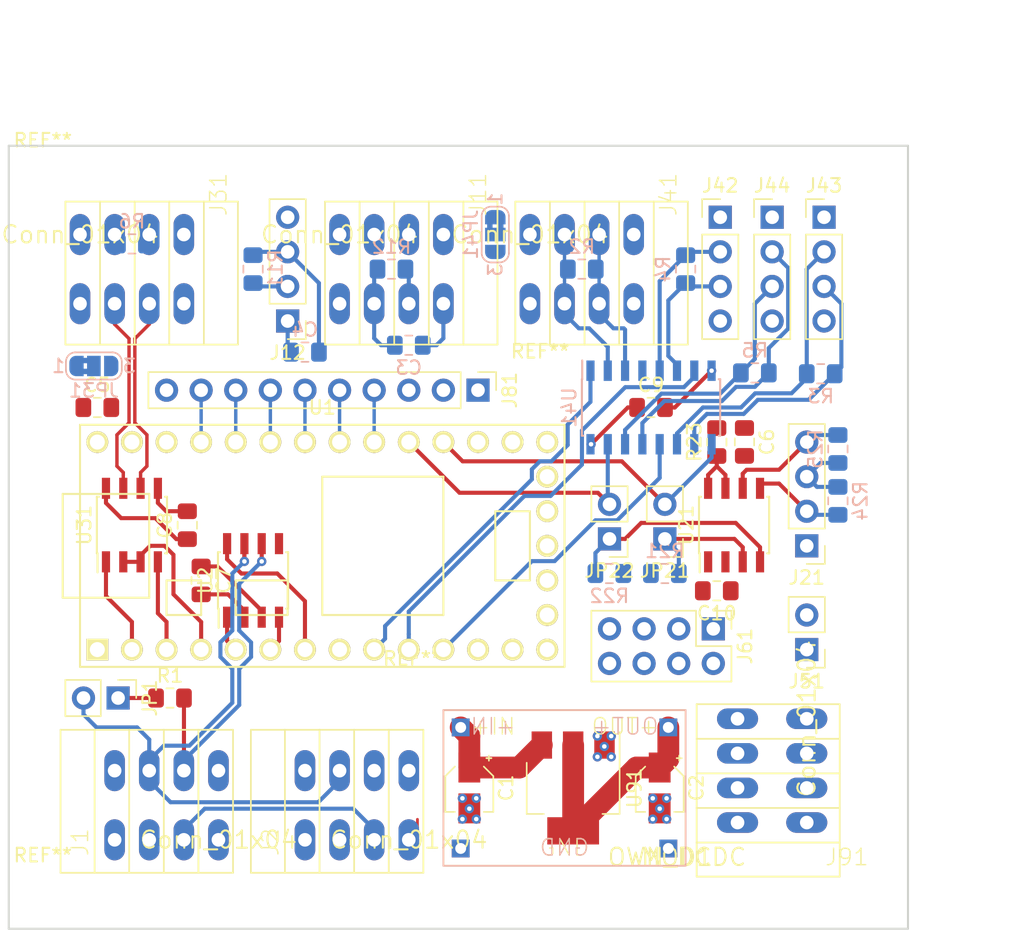
<source format=kicad_pcb>
(kicad_pcb (version 20171130) (host pcbnew 5.0.0)
  (layers (0 F.Cu signal) (1 In1.Cu signal hide) (2 In2.Cu signal) (31 B.Cu signal) (34 B.Paste user) (35 F.Paste user) (36 B.SilkS user) (37 F.SilkS user) (38 B.Mask user) (39 F.Mask user) (44 Edge.Cuts user))
  (net 0 "")
  (net 1 GND)
  (net 2 +12V)
  (net 3 +5V)
  (net 4 +3V3)
  (net 5 "Net-(J12-Pad2)")
  (net 6 "Net-(J31-Pad4)")
  (net 7 "Net-(J41-Pad4)")
  (net 8 "Net-(J51-Pad2)")
  (net 9 "Net-(J61-Pad4)")
  (net 10 "Net-(J61-Pad6)")
  (net 11 "Net-(J61-Pad7)")
  (net 12 "Net-(J61-Pad8)")
  (net 13 /6)
  (net 14 /10)
  (net 15 /16)
  (net 16 /17)
  (net 17 /20)
  (net 18 /21)
  (net 19 /22)
  (net 20 /23)
  (net 21 "Net-(JP1-Pad1)")
  (net 22 "Net-(JP21-Pad1)")
  (net 23 "Net-(R23-Pad1)")
  (net 24 "Net-(U1-Pad18)")
  (net 25 "Net-(U1-Pad15)")
  (net 26 "Net-(U1-Pad32)")
  (net 27 "Net-(U1-Pad7)")
  (net 28 "Net-(U1-Pad6)")
  (net 29 "Net-(U1-Pad5)")
  (net 30 "Net-(U2-Pad5)")
  (net 31 /CAN-)
  (net 32 /CAN+)
  (net 33 /OW14)
  (net 34 /SDA)
  (net 35 /SCL)
  (net 36 /D1+)
  (net 37 /D1-)
  (net 38 /D2+)
  (net 39 /D3+)
  (net 40 /D4+)
  (net 41 /SCL0_16)
  (net 42 /DI1_7)
  (net 43 /RX1)
  (net 44 /TX2)
  (net 45 /UA1+)
  (net 46 /UA1-)
  (net 47 /EN34_9)
  (net 48 /DI2_8)
  (net 49 /UA3EN_2)
  (net 50 /D4-)
  (net 51 /D2-)
  (net 52 /D3-)
  (net 53 "Net-(JP22-Pad1)")
  (module MountingHole:MountingHole_2.2mm_M2_DIN965 (layer F.Cu) (at 72.835 91.66)
    (fp_text reference REF** (at 0 -2.9) (layer F.SilkS))
    (fp_text value MountingHole_2.2mm_M2_DIN965)
    (pad 1 np_thru_hole circle (at 0 0) (size 2.2 2.2) (drill 2.2) (layers *.Cu *.Mask))
  )
  (module MountingHole:MountingHole_2.2mm_M2_DIN965 (layer F.Cu) (at 109.335 54.66)
    (fp_text reference REF** (at 0 -2.9) (layer F.SilkS))
    (fp_text value MountingHole_2.2mm_M2_DIN965)
    (pad 1 np_thru_hole circle (at 0 0) (size 2.2 2.2) (drill 2.2) (layers *.Cu *.Mask))
  )
  (module MountingHole:MountingHole_2.2mm_M2_DIN965 (layer F.Cu) (at 99.949 77.216)
    (fp_text reference REF** (at 0 -2.9) (layer F.SilkS))
    (fp_text value MountingHole_2.2mm_M2_DIN965)
    (pad 1 np_thru_hole circle (at 0 0) (size 2.2 2.2) (drill 2.2) (layers *.Cu *.Mask))
  )
  (module Connector_PinHeader_2.54mm:PinHeader_1x04_P2.54mm_Vertical (layer F.Cu) (at 90.805 49.53 180)
    (fp_text reference J12 (at 0 -2.33 180) (layer F.SilkS))
    (fp_text value Conn_01x04)
    (pad 1 thru_hole rect (at 0 0 180) (size 1.7 1.7) (drill 1) (layers *.Cu *.Mask) (net 1 GND))
    (pad 2 thru_hole oval (at 0 2.54 180) (size 1.7 1.7) (drill 1) (layers *.Cu *.Mask) (net 5 "Net-(J12-Pad2)"))
    (pad 3 thru_hole oval (at 0 5.08 180) (size 1.7 1.7) (drill 1) (layers *.Cu *.Mask) (net 3 +5V))
    (pad 4 thru_hole oval (at 0 7.62 180) (size 1.7 1.7) (drill 1) (layers *.Cu *.Mask) (net 2 +12V))
  )
  (module Connector_PinHeader_2.54mm:PinHeader_1x04_P2.54mm_Vertical (layer F.Cu) (at 122.555 41.91)
    (fp_text reference J42 (at 0 -2.33) (layer F.SilkS))
    (fp_text value Conn_01x04)
    (pad 4 thru_hole oval (at 0 7.62) (size 1.7 1.7) (drill 1) (layers *.Cu *.Mask) (net 3 +5V))
    (pad 3 thru_hole oval (at 0 5.08) (size 1.7 1.7) (drill 1) (layers *.Cu *.Mask) (net 38 /D2+))
    (pad 2 thru_hole oval (at 0 2.54) (size 1.7 1.7) (drill 1) (layers *.Cu *.Mask) (net 51 /D2-))
    (pad 1 thru_hole rect (at 0 0) (size 1.7 1.7) (drill 1) (layers *.Cu *.Mask) (net 1 GND))
  )
  (module Resistor_SMD:R_0805_2012Metric_Pad1.15x1.40mm_HandSolder (layer B.Cu) (at 129.93 53.4035)
    (fp_text reference R3 (at 0 1.65) (layer B.SilkS) (effects (justify mirror)))
    (fp_text value 120)
    (pad 1 smd roundrect (at -1.025 0) (size 1.15 1.4) (layers B.Cu B.Paste B.Mask) (roundrect_rratio 0.217391) (net 52 /D3-))
    (pad 2 smd roundrect (at 1.025 0) (size 1.15 1.4) (layers B.Cu B.Paste B.Mask) (roundrect_rratio 0.217391) (net 39 /D3+))
  )
  (module Resistor_SMD:R_0805_2012Metric_Pad1.15x1.40mm_HandSolder (layer B.Cu) (at 120.015 45.72 270)
    (fp_text reference R4 (at 0 1.65 270) (layer B.SilkS) (effects (justify mirror)))
    (fp_text value 120)
    (pad 2 smd roundrect (at 1.025 0 270) (size 1.15 1.4) (layers B.Cu B.Paste B.Mask) (roundrect_rratio 0.217391) (net 38 /D2+))
    (pad 1 smd roundrect (at -1.025 0 270) (size 1.15 1.4) (layers B.Cu B.Paste B.Mask) (roundrect_rratio 0.217391) (net 51 /D2-))
  )
  (module CANNode:OWN_KF141V-P4_simple (layer F.Cu) (at 85.725 87.63)
    (fp_text reference J1 (at -10.16 1.27 90) (layer F.SilkS) (effects (font (size 1.2065 1.2065) (thickness 0.1016)) (justify left)))
    (fp_text value Conn_01x04 (at 0 0) (layer F.SilkS) (effects (font (size 1.27 1.27))))
    (pad 1 thru_hole oval (at -7.62 0 90) (size 3.016 1.508) (drill 1) (layers *.Cu *.Mask) (net 1 GND))
    (pad 2 thru_hole oval (at -5.08 0 90) (size 3.016 1.508) (drill 1) (layers *.Cu *.Mask) (net 32 /CAN+))
    (pad 3 thru_hole oval (at -2.54 0 90) (size 3.016 1.508) (drill 1) (layers *.Cu *.Mask) (net 31 /CAN-))
    (pad 4 thru_hole oval (at 0 0 90) (size 3.016 1.508) (drill 1) (layers *.Cu *.Mask) (net 2 +12V))
    (pad 1 thru_hole oval (at -7.62 -5.08 90) (size 3.016 1.508) (drill 1) (layers *.Cu *.Mask) (net 1 GND))
    (pad 2 thru_hole oval (at -5.08 -5.08 90) (size 3.016 1.508) (drill 1) (layers *.Cu *.Mask) (net 32 /CAN+))
    (pad 3 thru_hole oval (at -2.54 -5.08 90) (size 3.016 1.508) (drill 1) (layers *.Cu *.Mask) (net 31 /CAN-))
    (pad 4 thru_hole oval (at 0 -5.08 90) (size 3.016 1.508) (drill 1) (layers *.Cu *.Mask) (net 2 +12V))
  )
  (module Capacitor_SMD:C_0805_2012Metric_Pad1.15x1.40mm_HandSolder (layer B.Cu) (at 99.695 51.308)
    (fp_text reference C3 (at 0 1.65) (layer B.SilkS) (effects (justify mirror)))
    (fp_text value C)
    (pad 1 smd roundrect (at -1.025 0) (size 1.15 1.4) (layers B.Cu B.Paste B.Mask) (roundrect_rratio 0.217391) (net 3 +5V))
    (pad 2 smd roundrect (at 1.025 0) (size 1.15 1.4) (layers B.Cu B.Paste B.Mask) (roundrect_rratio 0.217391) (net 1 GND))
  )
  (module Capacitor_SMD:C_0805_2012Metric_Pad1.15x1.40mm_HandSolder (layer B.Cu) (at 92.075 51.816 180)
    (fp_text reference C4 (at 0 1.65 180) (layer B.SilkS) (effects (justify mirror)))
    (fp_text value C)
    (pad 2 smd roundrect (at 1.025 0 180) (size 1.15 1.4) (layers B.Cu B.Paste B.Mask) (roundrect_rratio 0.217391) (net 1 GND))
    (pad 1 smd roundrect (at -1.025 0 180) (size 1.15 1.4) (layers B.Cu B.Paste B.Mask) (roundrect_rratio 0.217391) (net 3 +5V))
  )
  (module Capacitor_SMD:C_0805_2012Metric_Pad1.15x1.40mm_HandSolder (layer F.Cu) (at 76.835 55.88)
    (fp_text reference C5 (at 0 -1.65) (layer F.SilkS))
    (fp_text value C)
    (pad 1 smd roundrect (at -1.025 0) (size 1.15 1.4) (layers F.Cu F.Paste F.Mask) (roundrect_rratio 0.217391) (net 3 +5V))
    (pad 2 smd roundrect (at 1.025 0) (size 1.15 1.4) (layers F.Cu F.Paste F.Mask) (roundrect_rratio 0.217391) (net 1 GND))
  )
  (module Capacitor_SMD:C_0805_2012Metric_Pad1.15x1.40mm_HandSolder (layer F.Cu) (at 124.333 58.411 270)
    (fp_text reference C6 (at 0 -1.65 270) (layer F.SilkS))
    (fp_text value C)
    (pad 2 smd roundrect (at 1.025 0 270) (size 1.15 1.4) (layers F.Cu F.Paste F.Mask) (roundrect_rratio 0.217391) (net 1 GND))
    (pad 1 smd roundrect (at -1.025 0 270) (size 1.15 1.4) (layers F.Cu F.Paste F.Mask) (roundrect_rratio 0.217391) (net 3 +5V))
  )
  (module Capacitor_SMD:C_0805_2012Metric_Pad1.15x1.40mm_HandSolder (layer F.Cu) (at 84.455 68.58 270)
    (fp_text reference C7 (at 0 -1.65 270) (layer F.SilkS))
    (fp_text value C)
    (pad 1 smd roundrect (at -1.025 0 270) (size 1.15 1.4) (layers F.Cu F.Paste F.Mask) (roundrect_rratio 0.217391) (net 4 +3V3))
    (pad 2 smd roundrect (at 1.025 0 270) (size 1.15 1.4) (layers F.Cu F.Paste F.Mask) (roundrect_rratio 0.217391) (net 1 GND))
  )
  (module Capacitor_SMD:C_0805_2012Metric_Pad1.15x1.40mm_HandSolder (layer F.Cu) (at 83.439 64.525 90)
    (fp_text reference C8 (at 0 -1.65 90) (layer F.SilkS))
    (fp_text value C)
    (pad 2 smd roundrect (at 1.025 0 90) (size 1.15 1.4) (layers F.Cu F.Paste F.Mask) (roundrect_rratio 0.217391) (net 1 GND))
    (pad 1 smd roundrect (at -1.025 0 90) (size 1.15 1.4) (layers F.Cu F.Paste F.Mask) (roundrect_rratio 0.217391) (net 4 +3V3))
  )
  (module Capacitor_SMD:C_0805_2012Metric_Pad1.15x1.40mm_HandSolder (layer F.Cu) (at 117.475 55.88)
    (fp_text reference C9 (at 0 -1.65) (layer F.SilkS))
    (fp_text value C)
    (pad 1 smd roundrect (at -1.025 0) (size 1.15 1.4) (layers F.Cu F.Paste F.Mask) (roundrect_rratio 0.217391) (net 4 +3V3))
    (pad 2 smd roundrect (at 1.025 0) (size 1.15 1.4) (layers F.Cu F.Paste F.Mask) (roundrect_rratio 0.217391) (net 1 GND))
  )
  (module Capacitor_SMD:C_0805_2012Metric_Pad1.15x1.40mm_HandSolder (layer F.Cu) (at 122.301 69.342 180)
    (fp_text reference C10 (at 0 -1.65 180) (layer F.SilkS))
    (fp_text value C)
    (pad 1 smd roundrect (at -1.025 0 180) (size 1.15 1.4) (layers F.Cu F.Paste F.Mask) (roundrect_rratio 0.217391) (net 4 +3V3))
    (pad 2 smd roundrect (at 1.025 0 180) (size 1.15 1.4) (layers F.Cu F.Paste F.Mask) (roundrect_rratio 0.217391) (net 1 GND))
  )
  (module CANNode:OWN_KF141V-P4_simple (layer F.Cu) (at 99.695 87.63)
    (fp_text reference J2 (at -10.16 1.27 90) (layer F.SilkS) (effects (font (size 1.2065 1.2065) (thickness 0.1016)) (justify left)))
    (fp_text value Conn_01x04 (at 0 0) (layer F.SilkS) (effects (font (size 1.27 1.27))))
    (pad 1 thru_hole oval (at -7.62 0 90) (size 3.016 1.508) (drill 1) (layers *.Cu *.Mask) (net 1 GND))
    (pad 2 thru_hole oval (at -5.08 0 90) (size 3.016 1.508) (drill 1) (layers *.Cu *.Mask) (net 32 /CAN+))
    (pad 3 thru_hole oval (at -2.54 0 90) (size 3.016 1.508) (drill 1) (layers *.Cu *.Mask) (net 31 /CAN-))
    (pad 4 thru_hole oval (at 0 0 90) (size 3.016 1.508) (drill 1) (layers *.Cu *.Mask) (net 2 +12V))
    (pad 1 thru_hole oval (at -7.62 -5.08 90) (size 3.016 1.508) (drill 1) (layers *.Cu *.Mask) (net 1 GND))
    (pad 2 thru_hole oval (at -5.08 -5.08 90) (size 3.016 1.508) (drill 1) (layers *.Cu *.Mask) (net 32 /CAN+))
    (pad 3 thru_hole oval (at -2.54 -5.08 90) (size 3.016 1.508) (drill 1) (layers *.Cu *.Mask) (net 31 /CAN-))
    (pad 4 thru_hole oval (at 0 -5.08 90) (size 3.016 1.508) (drill 1) (layers *.Cu *.Mask) (net 2 +12V))
  )
  (module CANNode:OWN_KF141V-P4_simple (layer F.Cu) (at 94.615 43.18 180)
    (fp_text reference J11 (at -10.16 1.27 270) (layer F.SilkS) (effects (font (size 1.2065 1.2065) (thickness 0.1016)) (justify left)))
    (fp_text value Conn_01x04 (at 0 0 180) (layer F.SilkS) (effects (font (size 1.27 1.27))))
    (pad 1 thru_hole oval (at -7.62 0 270) (size 3.016 1.508) (drill 1) (layers *.Cu *.Mask) (net 1 GND))
    (pad 2 thru_hole oval (at -5.08 0 270) (size 3.016 1.508) (drill 1) (layers *.Cu *.Mask) (net 33 /OW14))
    (pad 3 thru_hole oval (at -2.54 0 270) (size 3.016 1.508) (drill 1) (layers *.Cu *.Mask) (net 3 +5V))
    (pad 4 thru_hole oval (at 0 0 270) (size 3.016 1.508) (drill 1) (layers *.Cu *.Mask) (net 2 +12V))
    (pad 1 thru_hole oval (at -7.62 -5.08 270) (size 3.016 1.508) (drill 1) (layers *.Cu *.Mask) (net 1 GND))
    (pad 2 thru_hole oval (at -5.08 -5.08 270) (size 3.016 1.508) (drill 1) (layers *.Cu *.Mask) (net 33 /OW14))
    (pad 3 thru_hole oval (at -2.54 -5.08 270) (size 3.016 1.508) (drill 1) (layers *.Cu *.Mask) (net 3 +5V))
    (pad 4 thru_hole oval (at 0 -5.08 270) (size 3.016 1.508) (drill 1) (layers *.Cu *.Mask) (net 2 +12V))
  )
  (module CANNode:OWN_KF141V-P4_simple (layer F.Cu) (at 75.565 43.18 180)
    (fp_text reference J31 (at -10.16 1.27 270) (layer F.SilkS) (effects (font (size 1.2065 1.2065) (thickness 0.1016)) (justify left)))
    (fp_text value Conn_01x04 (at 0 0 180) (layer F.SilkS) (effects (font (size 1.27 1.27))))
    (pad 1 thru_hole oval (at -7.62 0 270) (size 3.016 1.508) (drill 1) (layers *.Cu *.Mask) (net 1 GND))
    (pad 2 thru_hole oval (at -5.08 0 270) (size 3.016 1.508) (drill 1) (layers *.Cu *.Mask) (net 45 /UA1+))
    (pad 3 thru_hole oval (at -2.54 0 270) (size 3.016 1.508) (drill 1) (layers *.Cu *.Mask) (net 46 /UA1-))
    (pad 4 thru_hole oval (at 0 0 270) (size 3.016 1.508) (drill 1) (layers *.Cu *.Mask) (net 6 "Net-(J31-Pad4)"))
    (pad 1 thru_hole oval (at -7.62 -5.08 270) (size 3.016 1.508) (drill 1) (layers *.Cu *.Mask) (net 1 GND))
    (pad 2 thru_hole oval (at -5.08 -5.08 270) (size 3.016 1.508) (drill 1) (layers *.Cu *.Mask) (net 45 /UA1+))
    (pad 3 thru_hole oval (at -2.54 -5.08 270) (size 3.016 1.508) (drill 1) (layers *.Cu *.Mask) (net 46 /UA1-))
    (pad 4 thru_hole oval (at 0 -5.08 270) (size 3.016 1.508) (drill 1) (layers *.Cu *.Mask) (net 6 "Net-(J31-Pad4)"))
  )
  (module CANNode:OWN_KF141V-P4_simple (layer F.Cu) (at 108.585 43.18 180)
    (fp_text reference J41 (at -10.16 1.27 270) (layer F.SilkS) (effects (font (size 1.2065 1.2065) (thickness 0.1016)) (justify left)))
    (fp_text value Conn_01x04 (at 0 0 180) (layer F.SilkS) (effects (font (size 1.27 1.27))))
    (pad 4 thru_hole oval (at 0 -5.08 270) (size 3.016 1.508) (drill 1) (layers *.Cu *.Mask) (net 7 "Net-(J41-Pad4)"))
    (pad 3 thru_hole oval (at -2.54 -5.08 270) (size 3.016 1.508) (drill 1) (layers *.Cu *.Mask) (net 36 /D1+))
    (pad 2 thru_hole oval (at -5.08 -5.08 270) (size 3.016 1.508) (drill 1) (layers *.Cu *.Mask) (net 37 /D1-))
    (pad 1 thru_hole oval (at -7.62 -5.08 270) (size 3.016 1.508) (drill 1) (layers *.Cu *.Mask) (net 1 GND))
    (pad 4 thru_hole oval (at 0 0 270) (size 3.016 1.508) (drill 1) (layers *.Cu *.Mask) (net 7 "Net-(J41-Pad4)"))
    (pad 3 thru_hole oval (at -2.54 0 270) (size 3.016 1.508) (drill 1) (layers *.Cu *.Mask) (net 36 /D1+))
    (pad 2 thru_hole oval (at -5.08 0 270) (size 3.016 1.508) (drill 1) (layers *.Cu *.Mask) (net 37 /D1-))
    (pad 1 thru_hole oval (at -7.62 0 270) (size 3.016 1.508) (drill 1) (layers *.Cu *.Mask) (net 1 GND))
  )
  (module Connector_PinHeader_2.54mm:PinHeader_1x02_P2.54mm_Vertical (layer F.Cu) (at 128.905 73.66 180)
    (fp_text reference J51 (at 0 -2.33 180) (layer F.SilkS))
    (fp_text value Conn_01x02)
    (pad 2 thru_hole oval (at 0 2.54 180) (size 1.7 1.7) (drill 1) (layers *.Cu *.Mask) (net 8 "Net-(J51-Pad2)"))
    (pad 1 thru_hole rect (at 0 0 180) (size 1.7 1.7) (drill 1) (layers *.Cu *.Mask) (net 1 GND))
  )
  (module Connector_PinHeader_2.54mm:PinHeader_1x10_P2.54mm_Vertical (layer F.Cu) (at 104.775 54.61 270)
    (fp_text reference J81 (at 0 -2.33 270) (layer F.SilkS))
    (fp_text value Conn_01x10)
    (pad 1 thru_hole rect (at 0 0 270) (size 1.7 1.7) (drill 1) (layers *.Cu *.Mask) (net 1 GND))
    (pad 2 thru_hole oval (at 0 2.54 270) (size 1.7 1.7) (drill 1) (layers *.Cu *.Mask) (net 14 /10))
    (pad 3 thru_hole oval (at 0 5.08 270) (size 1.7 1.7) (drill 1) (layers *.Cu *.Mask) (net 13 /6))
    (pad 4 thru_hole oval (at 0 7.62 270) (size 1.7 1.7) (drill 1) (layers *.Cu *.Mask) (net 15 /16))
    (pad 5 thru_hole oval (at 0 10.16 270) (size 1.7 1.7) (drill 1) (layers *.Cu *.Mask) (net 16 /17))
    (pad 6 thru_hole oval (at 0 12.7 270) (size 1.7 1.7) (drill 1) (layers *.Cu *.Mask) (net 17 /20))
    (pad 7 thru_hole oval (at 0 15.24 270) (size 1.7 1.7) (drill 1) (layers *.Cu *.Mask) (net 18 /21))
    (pad 8 thru_hole oval (at 0 17.78 270) (size 1.7 1.7) (drill 1) (layers *.Cu *.Mask) (net 19 /22))
    (pad 9 thru_hole oval (at 0 20.32 270) (size 1.7 1.7) (drill 1) (layers *.Cu *.Mask) (net 20 /23))
    (pad 10 thru_hole oval (at 0 22.86 270) (size 1.7 1.7) (drill 1) (layers *.Cu *.Mask) (net 3 +5V))
  )
  (module Connector_PinHeader_2.54mm:PinHeader_1x02_P2.54mm_Vertical (layer F.Cu) (at 78.359 77.216 270)
    (fp_text reference JP1 (at 0 -2.33 270) (layer F.SilkS))
    (fp_text value Jumper_NC_Small)
    (pad 1 thru_hole rect (at 0 0 270) (size 1.7 1.7) (drill 1) (layers *.Cu *.Mask) (net 21 "Net-(JP1-Pad1)"))
    (pad 2 thru_hole oval (at 0 2.54 270) (size 1.7 1.7) (drill 1) (layers *.Cu *.Mask) (net 32 /CAN+))
  )
  (module Connector_PinHeader_2.54mm:PinHeader_1x02_P2.54mm_Vertical (layer F.Cu) (at 118.491 65.532 180)
    (fp_text reference JP21 (at 0 -2.33 180) (layer F.SilkS))
    (fp_text value Jumper_NC_Small)
    (pad 1 thru_hole rect (at 0 0 180) (size 1.7 1.7) (drill 1) (layers *.Cu *.Mask) (net 22 "Net-(JP21-Pad1)"))
    (pad 2 thru_hole oval (at 0 2.54 180) (size 1.7 1.7) (drill 1) (layers *.Cu *.Mask) (net 41 /SCL0_16))
  )
  (module Connector_PinHeader_2.54mm:PinHeader_1x02_P2.54mm_Vertical (layer F.Cu) (at 114.427 65.532 180)
    (fp_text reference JP22 (at 0 -2.33 180) (layer F.SilkS))
    (fp_text value Jumper_NC_Small)
    (pad 2 thru_hole oval (at 0 2.54 180) (size 1.7 1.7) (drill 1) (layers *.Cu *.Mask) (net 11 "Net-(J61-Pad7)"))
    (pad 1 thru_hole rect (at 0 0 180) (size 1.7 1.7) (drill 1) (layers *.Cu *.Mask) (net 53 "Net-(JP22-Pad1)"))
  )
  (module Jumper:SolderJumper-3_P1.3mm_Bridged2Bar12_RoundedPad1.0x1.5mm_NumberLabels (layer B.Cu) (at 76.581 52.832)
    (fp_text reference JP31 (at 0 1.8) (layer B.SilkS) (effects (justify mirror)))
    (fp_text value Jumper_3_Bridged12)
    (fp_text user 1 (at -2.6 0) (layer B.SilkS) (effects (justify mirror)))
    (fp_text user 3 (at 2.6 0) (layer B.SilkS) (effects (justify mirror)))
    (pad 2 smd rect (at 0 0) (size 1 1.5) (layers B.Cu B.Mask) (net 6 "Net-(J31-Pad4)"))
    (pad 3 smd custom (at 1.3 0) (size 1 0.5) (layers B.Cu B.Mask) (net 3 +5V) (options (clearance outline) (anchor rect)) (primitives (gr_circle (center 0 -0.25) (end 0.5 -0.25) (width 0)) (gr_circle (center 0 0.25) (end 0.5 0.25) (width 0)) (gr_poly (pts (xy -0.55 0.75) (xy 0 0.75) (xy 0 -0.75) (xy -0.55 -0.75)) (width 0))))
    (pad 1 smd custom (at -1.3 0) (size 1 0.5) (layers B.Cu B.Mask) (net 2 +12V) (options (clearance outline) (anchor rect)) (primitives (gr_circle (center 0 -0.25) (end 0.5 -0.25) (width 0)) (gr_circle (center 0 0.25) (end 0.5 0.25) (width 0)) (gr_poly (pts (xy 0.55 0.75) (xy 0 0.75) (xy 0 -0.75) (xy 0.55 -0.75)) (width 0)) (gr_poly (pts (xy 0.4 0.6) (xy 0.9 0.6) (xy 0.9 0.2) (xy 0.4 0.2)) (width 0)) (gr_poly (pts (xy 0.4 -0.2) (xy 0.9 -0.2) (xy 0.9 -0.6) (xy 0.4 -0.6)) (width 0))))
  )
  (module Jumper:SolderJumper-3_P1.3mm_Bridged2Bar12_RoundedPad1.0x1.5mm_NumberLabels (layer B.Cu) (at 106.045 43.18 270)
    (fp_text reference JP41 (at 0 1.8 270) (layer B.SilkS) (effects (justify mirror)))
    (fp_text value Jumper_3_Bridged12)
    (fp_text user 3 (at 2.6 0 270) (layer B.SilkS) (effects (justify mirror)))
    (fp_text user 1 (at -2.6 0 270) (layer B.SilkS) (effects (justify mirror)))
    (pad 1 smd custom (at -1.3 0 270) (size 1 0.5) (layers B.Cu B.Mask) (net 2 +12V) (options (clearance outline) (anchor rect)) (primitives (gr_circle (center 0 -0.25) (end 0.5 -0.25) (width 0)) (gr_circle (center 0 0.25) (end 0.5 0.25) (width 0)) (gr_poly (pts (xy 0.55 0.75) (xy 0 0.75) (xy 0 -0.75) (xy 0.55 -0.75)) (width 0)) (gr_poly (pts (xy 0.4 0.6) (xy 0.9 0.6) (xy 0.9 0.2) (xy 0.4 0.2)) (width 0)) (gr_poly (pts (xy 0.4 -0.2) (xy 0.9 -0.2) (xy 0.9 -0.6) (xy 0.4 -0.6)) (width 0))))
    (pad 3 smd custom (at 1.3 0 270) (size 1 0.5) (layers B.Cu B.Mask) (net 3 +5V) (options (clearance outline) (anchor rect)) (primitives (gr_circle (center 0 -0.25) (end 0.5 -0.25) (width 0)) (gr_circle (center 0 0.25) (end 0.5 0.25) (width 0)) (gr_poly (pts (xy -0.55 0.75) (xy 0 0.75) (xy 0 -0.75) (xy -0.55 -0.75)) (width 0))))
    (pad 2 smd rect (at 0 0 270) (size 1 1.5) (layers B.Cu B.Mask) (net 7 "Net-(J41-Pad4)"))
  )
  (module CANNode:OWN_DC-DC (layer F.Cu) (at 119.38 88.9)
    (fp_text reference MOD1 (at 0 0) (layer F.SilkS) (effects (font (size 1.27 1.27))))
    (fp_text value OWN_DCDC (at 0 0) (layer F.SilkS) (effects (font (size 1.27 1.27))))
    (fp_text user +IN (at -15.24 -8.89) (layer F.SilkS) (effects (font (size 1.2065 1.2065) (thickness 0.1016)) (justify left bottom)))
    (fp_text user OUT+ (at -1.27 -8.89) (layer F.SilkS) (effects (font (size 1.2065 1.2065) (thickness 0.1016)) (justify right bottom)))
    (fp_text user GND (at -8.255 0) (layer F.SilkS) (effects (font (size 1.2065 1.2065) (thickness 0.1016)) (justify bottom)))
    (fp_text user +IN (at -15.24 -8.89) (layer B.SilkS) (effects (font (size 1.2065 1.2065) (thickness 0.1016)) (justify right bottom mirror)))
    (fp_text user OUT+ (at -1.27 -8.89) (layer B.SilkS) (effects (font (size 1.2065 1.2065) (thickness 0.1016)) (justify left bottom mirror)))
    (fp_text user GND (at -8.255 0) (layer B.SilkS) (effects (font (size 1.2065 1.2065) (thickness 0.1016)) (justify bottom mirror)))
    (pad IN+ thru_hole rect (at -15.875 -9.525) (size 1.308 1.308) (drill 0.8) (layers *.Cu *.Mask) (net 2 +12V))
    (pad IN- thru_hole rect (at -15.875 -0.635) (size 1.308 1.308) (drill 0.8) (layers *.Cu *.Mask) (net 1 GND))
    (pad OUT+ thru_hole rect (at -0.635 -9.525) (size 1.308 1.308) (drill 0.8) (layers *.Cu *.Mask) (net 3 +5V))
    (pad OUT- thru_hole rect (at -0.635 -0.635) (size 1.308 1.308) (drill 0.8) (layers *.Cu *.Mask) (net 1 GND))
  )
  (module Resistor_SMD:R_0805_2012Metric_Pad1.15x1.40mm_HandSolder (layer F.Cu) (at 82.169 77.216)
    (fp_text reference R1 (at 0 -1.65) (layer F.SilkS))
    (fp_text value 120)
    (pad 2 smd roundrect (at 1.025 0) (size 1.15 1.4) (layers F.Cu F.Paste F.Mask) (roundrect_rratio 0.217391) (net 31 /CAN-))
    (pad 1 smd roundrect (at -1.025 0) (size 1.15 1.4) (layers F.Cu F.Paste F.Mask) (roundrect_rratio 0.217391) (net 21 "Net-(JP1-Pad1)"))
  )
  (module Resistor_SMD:R_0805_2012Metric_Pad1.15x1.40mm_HandSolder (layer B.Cu) (at 112.395 45.72 180)
    (fp_text reference R2 (at 0 1.65 180) (layer B.SilkS) (effects (justify mirror)))
    (fp_text value 120)
    (pad 2 smd roundrect (at 1.025 0 180) (size 1.15 1.4) (layers B.Cu B.Paste B.Mask) (roundrect_rratio 0.217391) (net 36 /D1+))
    (pad 1 smd roundrect (at -1.025 0 180) (size 1.15 1.4) (layers B.Cu B.Paste B.Mask) (roundrect_rratio 0.217391) (net 37 /D1-))
  )
  (module Resistor_SMD:R_0805_2012Metric_Pad1.15x1.40mm_HandSolder (layer B.Cu) (at 125.095 53.34 180)
    (fp_text reference R5 (at 0 1.65 180) (layer B.SilkS) (effects (justify mirror)))
    (fp_text value 120)
    (pad 1 smd roundrect (at -1.025 0 180) (size 1.15 1.4) (layers B.Cu B.Paste B.Mask) (roundrect_rratio 0.217391) (net 50 /D4-))
    (pad 2 smd roundrect (at 1.025 0 180) (size 1.15 1.4) (layers B.Cu B.Paste B.Mask) (roundrect_rratio 0.217391) (net 40 /D4+))
  )
  (module Resistor_SMD:R_0805_2012Metric_Pad1.15x1.40mm_HandSolder (layer B.Cu) (at 79.375 43.8658 180)
    (fp_text reference R6 (at 0 1.65 180) (layer B.SilkS) (effects (justify mirror)))
    (fp_text value 120)
    (pad 2 smd roundrect (at 1.025 0 180) (size 1.15 1.4) (layers B.Cu B.Paste B.Mask) (roundrect_rratio 0.217391) (net 46 /UA1-))
    (pad 1 smd roundrect (at -1.025 0 180) (size 1.15 1.4) (layers B.Cu B.Paste B.Mask) (roundrect_rratio 0.217391) (net 45 /UA1+))
  )
  (module Resistor_SMD:R_0805_2012Metric_Pad1.15x1.40mm_HandSolder (layer B.Cu) (at 88.265 45.72 90)
    (fp_text reference R11 (at 0 1.65 90) (layer B.SilkS) (effects (justify mirror)))
    (fp_text value 4.7k)
    (pad 2 smd roundrect (at 1.025 0 90) (size 1.15 1.4) (layers B.Cu B.Paste B.Mask) (roundrect_rratio 0.217391) (net 3 +5V))
    (pad 1 smd roundrect (at -1.025 0 90) (size 1.15 1.4) (layers B.Cu B.Paste B.Mask) (roundrect_rratio 0.217391) (net 5 "Net-(J12-Pad2)"))
  )
  (module Resistor_SMD:R_0805_2012Metric_Pad1.15x1.40mm_HandSolder (layer B.Cu) (at 98.425 45.72 180)
    (fp_text reference R12 (at 0 1.65 180) (layer B.SilkS) (effects (justify mirror)))
    (fp_text value 4.7k)
    (pad 1 smd roundrect (at -1.025 0 180) (size 1.15 1.4) (layers B.Cu B.Paste B.Mask) (roundrect_rratio 0.217391) (net 33 /OW14))
    (pad 2 smd roundrect (at 1.025 0 180) (size 1.15 1.4) (layers B.Cu B.Paste B.Mask) (roundrect_rratio 0.217391) (net 3 +5V))
  )
  (module Resistor_SMD:R_0805_2012Metric_Pad1.15x1.40mm_HandSolder (layer B.Cu) (at 118.491 68.072 180)
    (fp_text reference R21 (at 0 1.65 180) (layer B.SilkS) (effects (justify mirror)))
    (fp_text value 4.7k)
    (pad 2 smd roundrect (at 1.025 0 180) (size 1.15 1.4) (layers B.Cu B.Paste B.Mask) (roundrect_rratio 0.217391) (net 4 +3V3))
    (pad 1 smd roundrect (at -1.025 0 180) (size 1.15 1.4) (layers B.Cu B.Paste B.Mask) (roundrect_rratio 0.217391) (net 22 "Net-(JP21-Pad1)"))
  )
  (module Resistor_SMD:R_0805_2012Metric_Pad1.15x1.40mm_HandSolder (layer B.Cu) (at 114.418 68.072)
    (fp_text reference R22 (at 0 1.65) (layer B.SilkS) (effects (justify mirror)))
    (fp_text value 4.7k)
    (pad 1 smd roundrect (at -1.025 0) (size 1.15 1.4) (layers B.Cu B.Paste B.Mask) (roundrect_rratio 0.217391) (net 53 "Net-(JP22-Pad1)"))
    (pad 2 smd roundrect (at 1.025 0) (size 1.15 1.4) (layers B.Cu B.Paste B.Mask) (roundrect_rratio 0.217391) (net 4 +3V3))
  )
  (module Resistor_SMD:R_0805_2012Metric_Pad1.15x1.40mm_HandSolder (layer F.Cu) (at 122.301 58.42 90)
    (fp_text reference R23 (at 0 -1.65 90) (layer F.SilkS))
    (fp_text value 200k)
    (pad 1 smd roundrect (at -1.025 0 90) (size 1.15 1.4) (layers F.Cu F.Paste F.Mask) (roundrect_rratio 0.217391) (net 23 "Net-(R23-Pad1)"))
    (pad 2 smd roundrect (at 1.025 0 90) (size 1.15 1.4) (layers F.Cu F.Paste F.Mask) (roundrect_rratio 0.217391) (net 3 +5V))
  )
  (module Resistor_SMD:R_0805_2012Metric_Pad1.15x1.40mm_HandSolder (layer B.Cu) (at 131.191 62.738 90)
    (fp_text reference R24 (at 0 1.65 90) (layer B.SilkS) (effects (justify mirror)))
    (fp_text value 4.7k)
    (pad 1 smd roundrect (at -1.025 0 90) (size 1.15 1.4) (layers B.Cu B.Paste B.Mask) (roundrect_rratio 0.217391) (net 34 /SDA))
    (pad 2 smd roundrect (at 1.025 0 90) (size 1.15 1.4) (layers B.Cu B.Paste B.Mask) (roundrect_rratio 0.217391) (net 3 +5V))
  )
  (module Resistor_SMD:R_0805_2012Metric_Pad1.15x1.40mm_HandSolder (layer B.Cu) (at 131.191 58.928 270)
    (fp_text reference R25 (at 0 1.65 270) (layer B.SilkS) (effects (justify mirror)))
    (fp_text value 4.7k)
    (pad 2 smd roundrect (at 1.025 0 270) (size 1.15 1.4) (layers B.Cu B.Paste B.Mask) (roundrect_rratio 0.217391) (net 3 +5V))
    (pad 1 smd roundrect (at -1.025 0 270) (size 1.15 1.4) (layers B.Cu B.Paste B.Mask) (roundrect_rratio 0.217391) (net 35 /SCL))
  )
  (module teensy:Teensy3_min (layer F.Cu) (at 93.345 66.04)
    (fp_text reference U1 (at 0 -10.16) (layer F.SilkS))
    (fp_text value Teensy3.2)
    (pad 17 thru_hole circle (at 16.51 0) (size 1.6 1.6) (drill 1.1) (layers *.Cu *.Mask F.SilkS) (net 1 GND))
    (pad 18 thru_hole circle (at 16.51 -2.54) (size 1.6 1.6) (drill 1.1) (layers *.Cu *.Mask F.SilkS) (net 24 "Net-(U1-Pad18)"))
    (pad 19 thru_hole circle (at 16.51 -5.08) (size 1.6 1.6) (drill 1.1) (layers *.Cu *.Mask F.SilkS) (net 8 "Net-(J51-Pad2)"))
    (pad 20 thru_hole circle (at 16.51 -7.62) (size 1.6 1.6) (drill 1.1) (layers *.Cu *.Mask F.SilkS) (net 12 "Net-(J61-Pad8)"))
    (pad 16 thru_hole circle (at 16.51 2.54) (size 1.6 1.6) (drill 1.1) (layers *.Cu *.Mask F.SilkS) (net 4 +3V3))
    (pad 15 thru_hole circle (at 16.51 5.08) (size 1.6 1.6) (drill 1.1) (layers *.Cu *.Mask F.SilkS) (net 25 "Net-(U1-Pad15)"))
    (pad 14 thru_hole circle (at 16.51 7.62) (size 1.6 1.6) (drill 1.1) (layers *.Cu *.Mask F.SilkS) (net 10 "Net-(J61-Pad6)"))
    (pad 21 thru_hole circle (at 13.97 -7.62) (size 1.6 1.6) (drill 1.1) (layers *.Cu *.Mask F.SilkS) (net 33 /OW14))
    (pad 22 thru_hole circle (at 11.43 -7.62) (size 1.6 1.6) (drill 1.1) (layers *.Cu *.Mask F.SilkS) (net 5 "Net-(J12-Pad2)"))
    (pad 23 thru_hole circle (at 8.89 -7.62) (size 1.6 1.6) (drill 1.1) (layers *.Cu *.Mask F.SilkS) (net 41 /SCL0_16))
    (pad 24 thru_hole circle (at 6.35 -7.62) (size 1.6 1.6) (drill 1.1) (layers *.Cu *.Mask F.SilkS) (net 11 "Net-(J61-Pad7)"))
    (pad 25 thru_hole circle (at 3.81 -7.62) (size 1.6 1.6) (drill 1.1) (layers *.Cu *.Mask F.SilkS) (net 15 /16))
    (pad 26 thru_hole circle (at 1.27 -7.62) (size 1.6 1.6) (drill 1.1) (layers *.Cu *.Mask F.SilkS) (net 16 /17))
    (pad 27 thru_hole circle (at -1.27 -7.62) (size 1.6 1.6) (drill 1.1) (layers *.Cu *.Mask F.SilkS) (net 17 /20))
    (pad 28 thru_hole circle (at -3.81 -7.62) (size 1.6 1.6) (drill 1.1) (layers *.Cu *.Mask F.SilkS) (net 18 /21))
    (pad 29 thru_hole circle (at -6.35 -7.62) (size 1.6 1.6) (drill 1.1) (layers *.Cu *.Mask F.SilkS) (net 19 /22))
    (pad 30 thru_hole circle (at -8.89 -7.62) (size 1.6 1.6) (drill 1.1) (layers *.Cu *.Mask F.SilkS) (net 20 /23))
    (pad 31 thru_hole circle (at -11.43 -7.62) (size 1.6 1.6) (drill 1.1) (layers *.Cu *.Mask F.SilkS) (net 4 +3V3))
    (pad 32 thru_hole circle (at -13.97 -7.62) (size 1.6 1.6) (drill 1.1) (layers *.Cu *.Mask F.SilkS) (net 26 "Net-(U1-Pad32)"))
    (pad 33 thru_hole circle (at -16.51 -7.62) (size 1.6 1.6) (drill 1.1) (layers *.Cu *.Mask F.SilkS) (net 3 +5V))
    (pad 13 thru_hole circle (at 13.97 7.62) (size 1.6 1.6) (drill 1.1) (layers *.Cu *.Mask F.SilkS) (net 9 "Net-(J61-Pad4)"))
    (pad 12 thru_hole circle (at 11.43 7.62) (size 1.6 1.6) (drill 1.1) (layers *.Cu *.Mask F.SilkS) (net 14 /10))
    (pad 11 thru_hole circle (at 8.89 7.62) (size 1.6 1.6) (drill 1.1) (layers *.Cu *.Mask F.SilkS) (net 47 /EN34_9))
    (pad 10 thru_hole circle (at 6.35 7.62) (size 1.6 1.6) (drill 1.1) (layers *.Cu *.Mask F.SilkS) (net 48 /DI2_8))
    (pad 9 thru_hole circle (at 3.81 7.62) (size 1.6 1.6) (drill 1.1) (layers *.Cu *.Mask F.SilkS) (net 42 /DI1_7))
    (pad 8 thru_hole circle (at 1.27 7.62) (size 1.6 1.6) (drill 1.1) (layers *.Cu *.Mask F.SilkS) (net 13 /6))
    (pad 7 thru_hole circle (at -1.27 7.62) (size 1.6 1.6) (drill 1.1) (layers *.Cu *.Mask F.SilkS) (net 27 "Net-(U1-Pad7)"))
    (pad 6 thru_hole circle (at -3.81 7.62) (size 1.6 1.6) (drill 1.1) (layers *.Cu *.Mask F.SilkS) (net 28 "Net-(U1-Pad6)"))
    (pad 5 thru_hole circle (at -6.35 7.62) (size 1.6 1.6) (drill 1.1) (layers *.Cu *.Mask F.SilkS) (net 29 "Net-(U1-Pad5)"))
    (pad 4 thru_hole circle (at -8.89 7.62) (size 1.6 1.6) (drill 1.1) (layers *.Cu *.Mask F.SilkS) (net 49 /UA3EN_2))
    (pad 3 thru_hole circle (at -11.43 7.62) (size 1.6 1.6) (drill 1.1) (layers *.Cu *.Mask F.SilkS) (net 44 /TX2))
    (pad 2 thru_hole circle (at -13.97 7.62) (size 1.6 1.6) (drill 1.1) (layers *.Cu *.Mask F.SilkS) (net 43 /RX1))
    (pad 1 thru_hole rect (at -16.51 7.62) (size 1.6 1.6) (drill 1.1) (layers *.Cu *.Mask F.SilkS) (net 1 GND))
  )
  (module Package_SO:SOIC-8_3.9x4.9mm_P1.27mm (layer F.Cu) (at 88.265 68.58 90)
    (fp_text reference U2 (at 0 -3.5 90) (layer F.SilkS))
    (fp_text value SN65HVD230)
    (pad 1 smd rect (at -2.7 -1.905 90) (size 1.55 0.6) (layers F.Cu F.Paste F.Mask) (net 29 "Net-(U1-Pad5)"))
    (pad 2 smd rect (at -2.7 -0.635 90) (size 1.55 0.6) (layers F.Cu F.Paste F.Mask) (net 1 GND))
    (pad 3 smd rect (at -2.7 0.635 90) (size 1.55 0.6) (layers F.Cu F.Paste F.Mask) (net 4 +3V3))
    (pad 4 smd rect (at -2.7 1.905 90) (size 1.55 0.6) (layers F.Cu F.Paste F.Mask) (net 28 "Net-(U1-Pad6)"))
    (pad 5 smd rect (at 2.7 1.905 90) (size 1.55 0.6) (layers F.Cu F.Paste F.Mask) (net 30 "Net-(U2-Pad5)"))
    (pad 6 smd rect (at 2.7 0.635 90) (size 1.55 0.6) (layers F.Cu F.Paste F.Mask) (net 31 /CAN-))
    (pad 7 smd rect (at 2.7 -0.635 90) (size 1.55 0.6) (layers F.Cu F.Paste F.Mask) (net 32 /CAN+))
    (pad 8 smd rect (at 2.7 -1.905 90) (size 1.55 0.6) (layers F.Cu F.Paste F.Mask) (net 27 "Net-(U1-Pad7)"))
  )
  (module Package_SO:SOIC-8_3.9x4.9mm_P1.27mm (layer F.Cu) (at 123.571 64.516 90)
    (fp_text reference U21 (at 0 -3.5 90) (layer F.SilkS))
    (fp_text value PCA9306)
    (pad 8 smd rect (at 2.7 -1.905 90) (size 1.55 0.6) (layers F.Cu F.Paste F.Mask) (net 23 "Net-(R23-Pad1)"))
    (pad 7 smd rect (at 2.7 -0.635 90) (size 1.55 0.6) (layers F.Cu F.Paste F.Mask) (net 23 "Net-(R23-Pad1)"))
    (pad 6 smd rect (at 2.7 0.635 90) (size 1.55 0.6) (layers F.Cu F.Paste F.Mask) (net 35 /SCL))
    (pad 5 smd rect (at 2.7 1.905 90) (size 1.55 0.6) (layers F.Cu F.Paste F.Mask) (net 34 /SDA))
    (pad 4 smd rect (at -2.7 1.905 90) (size 1.55 0.6) (layers F.Cu F.Paste F.Mask) (net 53 "Net-(JP22-Pad1)"))
    (pad 3 smd rect (at -2.7 0.635 90) (size 1.55 0.6) (layers F.Cu F.Paste F.Mask) (net 22 "Net-(JP21-Pad1)"))
    (pad 2 smd rect (at -2.7 -0.635 90) (size 1.55 0.6) (layers F.Cu F.Paste F.Mask) (net 4 +3V3))
    (pad 1 smd rect (at -2.7 -1.905 90) (size 1.55 0.6) (layers F.Cu F.Paste F.Mask) (net 1 GND))
  )
  (module Package_SO:SOIC-8_3.9x4.9mm_P1.27mm (layer F.Cu) (at 79.375 64.516 90)
    (fp_text reference U31 (at 0 -3.5 90) (layer F.SilkS))
    (fp_text value MAX3485)
    (pad 1 smd rect (at -2.7 -1.905 90) (size 1.55 0.6) (layers F.Cu F.Paste F.Mask) (net 43 /RX1))
    (pad 2 smd rect (at -2.7 -0.635 90) (size 1.55 0.6) (layers F.Cu F.Paste F.Mask) (net 49 /UA3EN_2))
    (pad 3 smd rect (at -2.7 0.635 90) (size 1.55 0.6) (layers F.Cu F.Paste F.Mask) (net 49 /UA3EN_2))
    (pad 4 smd rect (at -2.7 1.905 90) (size 1.55 0.6) (layers F.Cu F.Paste F.Mask) (net 44 /TX2))
    (pad 5 smd rect (at 2.7 1.905 90) (size 1.55 0.6) (layers F.Cu F.Paste F.Mask) (net 1 GND))
    (pad 6 smd rect (at 2.7 0.635 90) (size 1.55 0.6) (layers F.Cu F.Paste F.Mask) (net 45 /UA1+))
    (pad 7 smd rect (at 2.7 -0.635 90) (size 1.55 0.6) (layers F.Cu F.Paste F.Mask) (net 46 /UA1-))
    (pad 8 smd rect (at 2.7 -1.905 90) (size 1.55 0.6) (layers F.Cu F.Paste F.Mask) (net 4 +3V3))
  )
  (module Package_SO:SOIC-16_3.9x9.9mm_P1.27mm (layer B.Cu) (at 117.475 55.88 270)
    (fp_text reference U41 (at 0 6 270) (layer B.SilkS) (effects (justify mirror)))
    (fp_text value MAX3485)
    (pad 1 smd rect (at -2.7 4.445 270) (size 1.5 0.6) (layers B.Cu B.Paste B.Mask) (net 42 /DI1_7))
    (pad 2 smd rect (at -2.7 3.175 270) (size 1.5 0.6) (layers B.Cu B.Paste B.Mask) (net 36 /D1+))
    (pad 3 smd rect (at -2.7 1.905 270) (size 1.5 0.6) (layers B.Cu B.Paste B.Mask) (net 37 /D1-))
    (pad 4 smd rect (at -2.7 0.635 270) (size 1.5 0.6) (layers B.Cu B.Paste B.Mask) (net 4 +3V3))
    (pad 5 smd rect (at -2.7 -0.635 270) (size 1.5 0.6) (layers B.Cu B.Paste B.Mask) (net 51 /D2-))
    (pad 6 smd rect (at -2.7 -1.905 270) (size 1.5 0.6) (layers B.Cu B.Paste B.Mask) (net 38 /D2+))
    (pad 7 smd rect (at -2.7 -3.175 270) (size 1.5 0.6) (layers B.Cu B.Paste B.Mask) (net 48 /DI2_8))
    (pad 8 smd rect (at -2.7 -4.445 270) (size 1.5 0.6) (layers B.Cu B.Paste B.Mask) (net 1 GND))
    (pad 9 smd rect (at 2.7 -4.445 270) (size 1.5 0.6) (layers B.Cu B.Paste B.Mask) (net 41 /SCL0_16))
    (pad 10 smd rect (at 2.7 -3.175 270) (size 1.5 0.6) (layers B.Cu B.Paste B.Mask) (net 39 /D3+))
    (pad 11 smd rect (at 2.7 -1.905 270) (size 1.5 0.6) (layers B.Cu B.Paste B.Mask) (net 52 /D3-))
    (pad 12 smd rect (at 2.7 -0.635 270) (size 1.5 0.6) (layers B.Cu B.Paste B.Mask) (net 47 /EN34_9))
    (pad 13 smd rect (at 2.7 0.635 270) (size 1.5 0.6) (layers B.Cu B.Paste B.Mask) (net 50 /D4-))
    (pad 14 smd rect (at 2.7 1.905 270) (size 1.5 0.6) (layers B.Cu B.Paste B.Mask) (net 40 /D4+))
    (pad 15 smd rect (at 2.7 3.175 270) (size 1.5 0.6) (layers B.Cu B.Paste B.Mask) (net 11 "Net-(J61-Pad7)"))
    (pad 16 smd rect (at 2.7 4.445 270) (size 1.5 0.6) (layers B.Cu B.Paste B.Mask) (net 4 +3V3))
  )
  (module Package_TO_SOT_SMD:SOT-223-3_TabPin2 (layer F.Cu) (at 111.76 83.82 270)
    (fp_text reference U91 (at 0 -4.5 270) (layer F.SilkS))
    (fp_text value LM1117-5.0)
    (pad 2 smd rect (at 3.15 0 270) (size 2 3.8) (layers F.Cu F.Paste F.Mask) (net 3 +5V))
    (pad 2 smd rect (at -3.15 0 270) (size 2 1.5) (layers F.Cu F.Paste F.Mask) (net 3 +5V))
    (pad 3 smd rect (at -3.15 2.3 270) (size 2 1.5) (layers F.Cu F.Paste F.Mask) (net 2 +12V))
    (pad 1 smd rect (at -3.15 -2.3 270) (size 2 1.5) (layers F.Cu F.Paste F.Mask) (net 1 GND))
  )
  (module Connector_PinHeader_2.54mm:PinHeader_1x04_P2.54mm_Vertical (layer F.Cu) (at 130.175 41.91)
    (fp_text reference J43 (at 0 -2.33) (layer F.SilkS))
    (fp_text value Conn_01x04)
    (pad 1 thru_hole rect (at 0 0) (size 1.7 1.7) (drill 1) (layers *.Cu *.Mask) (net 1 GND))
    (pad 2 thru_hole oval (at 0 2.54) (size 1.7 1.7) (drill 1) (layers *.Cu *.Mask) (net 52 /D3-))
    (pad 3 thru_hole oval (at 0 5.08) (size 1.7 1.7) (drill 1) (layers *.Cu *.Mask) (net 39 /D3+))
    (pad 4 thru_hole oval (at 0 7.62) (size 1.7 1.7) (drill 1) (layers *.Cu *.Mask) (net 3 +5V))
  )
  (module Connector_PinHeader_2.54mm:PinHeader_1x04_P2.54mm_Vertical (layer F.Cu) (at 126.365 41.91)
    (fp_text reference J44 (at 0 -2.33) (layer F.SilkS))
    (fp_text value Conn_01x04)
    (pad 1 thru_hole rect (at 0 0) (size 1.7 1.7) (drill 1) (layers *.Cu *.Mask) (net 1 GND))
    (pad 2 thru_hole oval (at 0 2.54) (size 1.7 1.7) (drill 1) (layers *.Cu *.Mask) (net 50 /D4-))
    (pad 3 thru_hole oval (at 0 5.08) (size 1.7 1.7) (drill 1) (layers *.Cu *.Mask) (net 40 /D4+))
    (pad 4 thru_hole oval (at 0 7.62) (size 1.7 1.7) (drill 1) (layers *.Cu *.Mask) (net 3 +5V))
  )
  (module Connector_PinHeader_2.54mm:PinHeader_1x04_P2.54mm_Vertical (layer F.Cu) (at 128.905 66.04 180)
    (fp_text reference J21 (at 0 -2.33 180) (layer F.SilkS))
    (fp_text value Conn_01x04)
    (pad 1 thru_hole rect (at 0 0 180) (size 1.7 1.7) (drill 1) (layers *.Cu *.Mask) (net 1 GND))
    (pad 2 thru_hole oval (at 0 2.54 180) (size 1.7 1.7) (drill 1) (layers *.Cu *.Mask) (net 34 /SDA))
    (pad 3 thru_hole oval (at 0 5.08 180) (size 1.7 1.7) (drill 1) (layers *.Cu *.Mask) (net 3 +5V))
    (pad 4 thru_hole oval (at 0 7.62 180) (size 1.7 1.7) (drill 1) (layers *.Cu *.Mask) (net 35 /SCL))
  )
  (module Connector_PinHeader_2.54mm:PinHeader_2x04_P2.54mm_Vertical (layer F.Cu) (at 122.047 72.136 270)
    (fp_text reference J61 (at 1.27 -2.33 270) (layer F.SilkS))
    (fp_text value Conn_02x04_Odd_Even)
    (pad 1 thru_hole rect (at 0 0 270) (size 1.7 1.7) (drill 1) (layers *.Cu *.Mask) (net 1 GND))
    (pad 2 thru_hole oval (at 2.54 0 270) (size 1.7 1.7) (drill 1) (layers *.Cu *.Mask) (net 3 +5V))
    (pad 3 thru_hole oval (at 0 2.54 270) (size 1.7 1.7) (drill 1) (layers *.Cu *.Mask) (net 41 /SCL0_16))
    (pad 4 thru_hole oval (at 2.54 2.54 270) (size 1.7 1.7) (drill 1) (layers *.Cu *.Mask) (net 9 "Net-(J61-Pad4)"))
    (pad 5 thru_hole oval (at 0 5.08 270) (size 1.7 1.7) (drill 1) (layers *.Cu *.Mask) (net 4 +3V3))
    (pad 6 thru_hole oval (at 2.54 5.08 270) (size 1.7 1.7) (drill 1) (layers *.Cu *.Mask) (net 10 "Net-(J61-Pad6)"))
    (pad 7 thru_hole oval (at 0 7.62 270) (size 1.7 1.7) (drill 1) (layers *.Cu *.Mask) (net 11 "Net-(J61-Pad7)"))
    (pad 8 thru_hole oval (at 2.54 7.62 270) (size 1.7 1.7) (drill 1) (layers *.Cu *.Mask) (net 12 "Net-(J61-Pad8)"))
  )
  (module CANNode:OWN_KF141V-P4_simple (layer F.Cu) (at 128.905 78.74 90)
    (fp_text reference J91 (at -10.16 1.27 180) (layer F.SilkS) (effects (font (size 1.2065 1.2065) (thickness 0.1016)) (justify left)))
    (fp_text value Conn_01x04 (at 0 0 90) (layer F.SilkS) (effects (font (size 1.27 1.27))))
    (pad 1 thru_hole oval (at -7.62 0 180) (size 3.016 1.508) (drill 1) (layers *.Cu *.Mask) (net 1 GND))
    (pad 2 thru_hole oval (at -5.08 0 180) (size 3.016 1.508) (drill 1) (layers *.Cu *.Mask) (net 4 +3V3))
    (pad 3 thru_hole oval (at -2.54 0 180) (size 3.016 1.508) (drill 1) (layers *.Cu *.Mask) (net 3 +5V))
    (pad 4 thru_hole oval (at 0 0 180) (size 3.016 1.508) (drill 1) (layers *.Cu *.Mask) (net 2 +12V))
    (pad 1 thru_hole oval (at -7.62 -5.08 180) (size 3.016 1.508) (drill 1) (layers *.Cu *.Mask) (net 1 GND))
    (pad 2 thru_hole oval (at -5.08 -5.08 180) (size 3.016 1.508) (drill 1) (layers *.Cu *.Mask) (net 4 +3V3))
    (pad 3 thru_hole oval (at -2.54 -5.08 180) (size 3.016 1.508) (drill 1) (layers *.Cu *.Mask) (net 3 +5V))
    (pad 4 thru_hole oval (at 0 -5.08 180) (size 3.016 1.508) (drill 1) (layers *.Cu *.Mask) (net 2 +12V))
  )
  (module Capacitor_SMD:CP_Elec_3x5.4 (layer F.Cu) (at 104.14 83.82 270)
    (fp_text reference C1 (at 0 -2.7 270) (layer F.SilkS))
    (fp_text value CP)
    (pad 2 smd rect (at 1.5 0 270) (size 2.2 1.6) (layers F.Cu F.Paste F.Mask) (net 1 GND))
    (pad 1 smd rect (at -1.5 0 270) (size 2.2 1.6) (layers F.Cu F.Paste F.Mask) (net 2 +12V))
  )
  (module Capacitor_SMD:CP_Elec_3x5.4 (layer F.Cu) (at 118.11 83.82 270)
    (fp_text reference C2 (at 0 -2.7 270) (layer F.SilkS))
    (fp_text value CP)
    (pad 1 smd rect (at -1.5 0 270) (size 2.2 1.6) (layers F.Cu F.Paste F.Mask) (net 3 +5V))
    (pad 2 smd rect (at 1.5 0 270) (size 2.2 1.6) (layers F.Cu F.Paste F.Mask) (net 1 GND))
  )
  (module MountingHole:MountingHole_2.2mm_M2_DIN965 (layer F.Cu) (at 72.835 39.16)
    (fp_text reference REF** (at 0 -2.9) (layer F.SilkS))
    (fp_text value MountingHole_2.2mm_M2_DIN965)
    (pad 1 np_thru_hole circle (at 0 0) (size 2.2 2.2) (drill 2.2) (layers *.Cu *.Mask))
  )
  (gr_line (start 70.335 94.16) (end 136.335 94.16) (layer Edge.Cuts) (width 0.15))
  (gr_line (start 70.335 36.66) (end 70.335 94.16) (layer Edge.Cuts) (width 0.15))
  (gr_line (start 136.335 36.66) (end 136.335 94.16) (layer Edge.Cuts) (width 0.15))
  (gr_line (start 70.335 36.66) (end 136.335 36.66) (layer Edge.Cuts) (width 0.15))
  (via (at 104.14 85.344) (size 0.6858) (drill 0.3302) (layers F.Cu B.Cu) (net 1))
  (via (at 103.632 86.106) (size 0.6858) (drill 0.3302) (layers F.Cu B.Cu) (net 1))
  (via (at 104.648 86.106) (size 0.6858) (drill 0.3302) (layers F.Cu B.Cu) (net 1))
  (via (at 104.648 84.582) (size 0.6858) (drill 0.3302) (layers F.Cu B.Cu) (net 1))
  (via (at 103.632 84.582) (size 0.6858) (drill 0.3302) (layers F.Cu B.Cu) (net 1))
  (via (at 113.538 81.534) (size 0.6858) (drill 0.3302) (layers F.Cu B.Cu) (net 1))
  (via (at 114.554 81.534) (size 0.6858) (drill 0.3302) (layers F.Cu B.Cu) (net 1))
  (via (at 114.554 80.01) (size 0.6858) (drill 0.3302) (layers F.Cu B.Cu) (net 1))
  (via (at 113.538 80.01) (size 0.6858) (drill 0.3302) (layers F.Cu B.Cu) (net 1))
  (via (at 117.602 86.106) (size 0.6858) (drill 0.3302) (layers F.Cu B.Cu) (net 1))
  (via (at 118.618 86.106) (size 0.6858) (drill 0.3302) (layers F.Cu B.Cu) (net 1))
  (via (at 118.11 85.344) (size 0.6858) (drill 0.3302) (layers F.Cu B.Cu) (net 1))
  (via (at 118.618 84.582) (size 0.6858) (drill 0.3302) (layers F.Cu B.Cu) (net 1))
  (via (at 117.602 84.582) (size 0.6858) (drill 0.3302) (layers F.Cu B.Cu) (net 1))
  (via (at 114.046 80.772) (size 0.6858) (drill 0.3302) (layers F.Cu B.Cu) (net 1))
  (segment (start 86.43 69.605) (end 84.455 69.605) (width 0.3) (layer F.Cu) (net 1))
  (segment (start 87.63 70.805) (end 86.43 69.605) (width 0.3) (layer F.Cu) (net 1))
  (segment (start 87.63 71.28) (end 87.63 70.805) (width 0.3) (layer F.Cu) (net 1))
  (segment (start 81.889 63.5) (end 83.439 63.5) (width 0.3) (layer F.Cu) (net 1))
  (segment (start 81.28 62.891) (end 81.889 63.5) (width 0.3) (layer F.Cu) (net 1))
  (segment (start 81.28 61.816) (end 81.28 62.891) (width 0.3) (layer F.Cu) (net 1))
  (segment (start 100.72 51.308) (end 101.727 51.308) (width 0.3) (layer B.Cu) (net 1))
  (segment (start 102.235 50.8) (end 102.235 48.26) (width 0.3) (layer B.Cu) (net 1))
  (segment (start 101.727 51.308) (end 102.235 50.8) (width 0.3) (layer B.Cu) (net 1))
  (segment (start 90.805 51.571) (end 91.05 51.816) (width 0.3) (layer B.Cu) (net 1))
  (segment (start 90.805 49.53) (end 90.805 51.571) (width 0.3) (layer B.Cu) (net 1))
  (via (at 121.92 53.18) (size 0.6858) (drill 0.3302) (layers F.Cu B.Cu) (net 1))
  (segment (start 118.5 55.88) (end 119.22 55.88) (width 0.3) (layer F.Cu) (net 1))
  (segment (start 119.22 55.88) (end 121.92 53.18) (width 0.3) (layer F.Cu) (net 1))
  (segment (start 104.14 80.01) (end 103.505 79.375) (width 1.6) (layer F.Cu) (net 2))
  (segment (start 104.14 82.32) (end 104.14 80.01) (width 1.6) (layer F.Cu) (net 2))
  (segment (start 107.81 82.32) (end 109.46 80.67) (width 1.6) (layer F.Cu) (net 2))
  (segment (start 104.14 82.32) (end 107.81 82.32) (width 1.6) (layer F.Cu) (net 2))
  (segment (start 100.33 87.63) (end 100.33 86.122) (width 0.2) (layer F.Cu) (net 2))
  (segment (start 100.321 87.621) (end 100.33 87.63) (width 0.25) (layer B.Cu) (net 2))
  (segment (start 118.745 81.685) (end 118.11 82.32) (width 1.6) (layer F.Cu) (net 3))
  (segment (start 118.745 79.375) (end 118.745 81.685) (width 1.6) (layer F.Cu) (net 3))
  (segment (start 116.41 82.32) (end 111.76 86.97) (width 1.6) (layer F.Cu) (net 3))
  (segment (start 118.11 82.32) (end 116.41 82.32) (width 1.6) (layer F.Cu) (net 3))
  (segment (start 111.76 80.67) (end 111.76 86.97) (width 1.6) (layer F.Cu) (net 3))
  (segment (start 129.912 59.953) (end 128.905 60.96) (width 0.3) (layer B.Cu) (net 3))
  (segment (start 131.191 59.953) (end 129.912 59.953) (width 0.3) (layer B.Cu) (net 3))
  (segment (start 129.658 61.713) (end 128.905 60.96) (width 0.3) (layer B.Cu) (net 3))
  (segment (start 131.191 61.713) (end 129.658 61.713) (width 0.3) (layer B.Cu) (net 3))
  (segment (start 97.663 51.308) (end 98.67 51.308) (width 0.3) (layer B.Cu) (net 3))
  (segment (start 97.155 48.26) (end 97.155 50.8) (width 0.3) (layer B.Cu) (net 3))
  (segment (start 97.155 50.8) (end 97.663 51.308) (width 0.3) (layer B.Cu) (net 3))
  (segment (start 88.51 44.45) (end 88.265 44.695) (width 0.3) (layer B.Cu) (net 3))
  (segment (start 90.805 44.45) (end 88.51 44.45) (width 0.3) (layer B.Cu) (net 3))
  (segment (start 97.155 45.965) (end 97.4 45.72) (width 0.3) (layer B.Cu) (net 3))
  (segment (start 97.155 48.26) (end 97.155 45.965) (width 0.3) (layer B.Cu) (net 3))
  (segment (start 93.1 46.745) (end 93.1 51.816) (width 0.3) (layer B.Cu) (net 3))
  (segment (start 90.805 44.45) (end 93.1 46.745) (width 0.3) (layer B.Cu) (net 3))
  (segment (start 122.936 67.216) (end 122.936 67.691) (width 0.3) (layer F.Cu) (net 4))
  (segment (start 85.65 67.555) (end 84.455 67.555) (width 0.3) (layer F.Cu) (net 4))
  (segment (start 88.9 70.805) (end 85.65 67.555) (width 0.3) (layer F.Cu) (net 4))
  (segment (start 88.9 71.28) (end 88.9 70.805) (width 0.3) (layer F.Cu) (net 4))
  (segment (start 82.639 65.55) (end 83.439 65.55) (width 0.3) (layer F.Cu) (net 4))
  (segment (start 81.097 64.008) (end 82.639 65.55) (width 0.3) (layer F.Cu) (net 4))
  (segment (start 78.587 64.008) (end 81.097 64.008) (width 0.3) (layer F.Cu) (net 4))
  (segment (start 77.47 61.816) (end 77.47 62.891) (width 0.3) (layer F.Cu) (net 4))
  (segment (start 77.47 62.891) (end 78.587 64.008) (width 0.3) (layer F.Cu) (net 4))
  (segment (start 115.772909 55.88) (end 113.415808 58.237101) (width 0.3) (layer F.Cu) (net 4))
  (via (at 113.072909 58.58) (size 0.6858) (drill 0.3302) (layers F.Cu B.Cu) (net 4))
  (segment (start 116.45 55.88) (end 115.772909 55.88) (width 0.3) (layer F.Cu) (net 4))
  (segment (start 113.415808 58.237101) (end 113.072909 58.58) (width 0.3) (layer F.Cu) (net 4))
  (segment (start 88.51 46.99) (end 88.265 46.745) (width 0.3) (layer B.Cu) (net 5))
  (segment (start 90.805 46.99) (end 88.51 46.99) (width 0.3) (layer B.Cu) (net 5))
  (segment (start 114.3 58.58) (end 114.3 59.03) (width 0.3) (layer B.Cu) (net 11))
  (segment (start 114.3 62.865) (end 114.427 62.992) (width 0.3) (layer B.Cu) (net 11))
  (segment (start 114.3 58.58) (end 114.3 62.865) (width 0.3) (layer B.Cu) (net 11))
  (segment (start 103.417001 62.142001) (end 99.695 58.42) (width 0.3) (layer F.Cu) (net 11))
  (segment (start 113.577001 62.142001) (end 103.417001 62.142001) (width 0.3) (layer F.Cu) (net 11))
  (segment (start 114.427 62.992) (end 113.577001 62.142001) (width 0.3) (layer F.Cu) (net 11))
  (segment (start 97.155 58.42) (end 97.155 54.61) (width 0.25) (layer B.Cu) (net 15))
  (segment (start 94.615 58.42) (end 94.615 54.61) (width 0.25) (layer B.Cu) (net 16))
  (segment (start 92.075 58.42) (end 92.075 54.61) (width 0.25) (layer B.Cu) (net 17))
  (segment (start 89.535 58.42) (end 89.535 54.61) (width 0.25) (layer B.Cu) (net 18))
  (segment (start 86.995 58.42) (end 86.995 54.61) (width 0.25) (layer B.Cu) (net 19))
  (segment (start 84.455 58.42) (end 84.455 54.61) (width 0.25) (layer B.Cu) (net 20))
  (segment (start 81.144 77.216) (end 78.359 77.216) (width 0.3) (layer F.Cu) (net 21))
  (segment (start 123.597 65.532) (end 118.491 65.532) (width 0.3) (layer F.Cu) (net 22))
  (segment (start 124.206 66.141) (end 123.597 65.532) (width 0.3) (layer F.Cu) (net 22))
  (segment (start 124.206 67.216) (end 124.206 66.141) (width 0.3) (layer F.Cu) (net 22))
  (segment (start 119.516 66.557) (end 118.491 65.532) (width 0.3) (layer B.Cu) (net 22))
  (segment (start 119.516 68.072) (end 119.516 66.557) (width 0.3) (layer B.Cu) (net 22))
  (segment (start 122.301 60.198) (end 122.301 59.445) (width 0.3) (layer F.Cu) (net 23))
  (segment (start 122.936 61.816) (end 122.936 60.833) (width 0.3) (layer F.Cu) (net 23))
  (segment (start 122.936 60.833) (end 122.301 60.198) (width 0.3) (layer F.Cu) (net 23))
  (segment (start 121.666 60.833) (end 122.301 60.198) (width 0.3) (layer F.Cu) (net 23))
  (segment (start 121.666 61.816) (end 121.666 60.833) (width 0.3) (layer F.Cu) (net 23))
  (segment (start 92.075 70.104) (end 92.075 73.66) (width 0.3) (layer F.Cu) (net 27))
  (segment (start 90.043 68.072) (end 92.075 70.104) (width 0.3) (layer F.Cu) (net 27))
  (segment (start 87.403504 68.072) (end 90.043 68.072) (width 0.3) (layer F.Cu) (net 27))
  (segment (start 86.36 65.88) (end 86.36 67.028496) (width 0.3) (layer F.Cu) (net 27))
  (segment (start 86.36 67.028496) (end 87.403504 68.072) (width 0.3) (layer F.Cu) (net 27))
  (segment (start 90.17 73.025) (end 89.535 73.66) (width 0.3) (layer F.Cu) (net 28))
  (segment (start 90.17 71.28) (end 90.17 73.025) (width 0.3) (layer F.Cu) (net 28))
  (segment (start 86.36 73.025) (end 86.995 73.66) (width 0.3) (layer F.Cu) (net 29))
  (segment (start 86.36 71.28) (end 86.36 73.025) (width 0.3) (layer F.Cu) (net 29))
  (segment (start 83.185 81.796) (end 83.185 82.55) (width 0.3) (layer F.Cu) (net 31))
  (segment (start 83.194 82.541) (end 83.185 82.55) (width 0.3) (layer F.Cu) (net 31))
  (segment (start 83.194 77.216) (end 83.194 82.541) (width 0.3) (layer F.Cu) (net 31))
  (via (at 88.9 67.182974) (size 0.6858) (drill 0.3302) (layers F.Cu B.Cu) (net 31))
  (segment (start 88.9 65.88) (end 88.9 67.182974) (width 0.3) (layer F.Cu) (net 31))
  (segment (start 87.249 68.833974) (end 88.9 67.182974) (width 0.3) (layer B.Cu) (net 31))
  (segment (start 87.249 72.263) (end 87.249 68.833974) (width 0.3) (layer B.Cu) (net 31))
  (segment (start 83.185 81.796) (end 87.249 77.732) (width 0.3) (layer B.Cu) (net 31))
  (segment (start 88.120001 73.134001) (end 87.249 72.263) (width 0.3) (layer B.Cu) (net 31))
  (segment (start 83.185 82.55) (end 83.185 81.796) (width 0.3) (layer B.Cu) (net 31))
  (segment (start 87.249 77.732) (end 87.249 75.071002) (width 0.3) (layer B.Cu) (net 31))
  (segment (start 87.249 75.071002) (end 88.120001 74.200001) (width 0.3) (layer B.Cu) (net 31))
  (segment (start 88.120001 74.200001) (end 88.120001 73.134001) (width 0.3) (layer B.Cu) (net 31))
  (segment (start 95.623 85.344) (end 97.155 86.876) (width 0.3) (layer B.Cu) (net 31))
  (segment (start 84.717 85.344) (end 95.623 85.344) (width 0.3) (layer B.Cu) (net 31))
  (segment (start 83.185 86.876) (end 84.717 85.344) (width 0.3) (layer B.Cu) (net 31))
  (segment (start 97.155 86.876) (end 97.155 87.63) (width 0.3) (layer B.Cu) (net 31))
  (segment (start 83.185 87.63) (end 83.185 86.876) (width 0.3) (layer B.Cu) (net 31))
  (segment (start 80.645 81.796) (end 80.645 82.55) (width 0.3) (layer B.Cu) (net 32))
  (segment (start 75.819 78.418081) (end 75.819 77.216) (width 0.3) (layer B.Cu) (net 32))
  (segment (start 76.775919 79.375) (end 75.819 78.418081) (width 0.3) (layer B.Cu) (net 32))
  (segment (start 79.756 79.375) (end 76.775919 79.375) (width 0.3) (layer B.Cu) (net 32))
  (segment (start 80.645 81.796) (end 80.645 80.264) (width 0.3) (layer B.Cu) (net 32))
  (segment (start 80.645 80.264) (end 79.756 79.375) (width 0.3) (layer B.Cu) (net 32))
  (via (at 87.63 67.182988) (size 0.6858) (drill 0.3302) (layers F.Cu B.Cu) (net 32))
  (segment (start 87.63 65.489998) (end 87.63 67.182988) (width 0.3) (layer F.Cu) (net 32))
  (segment (start 87.63 65.88) (end 87.63 67.182988) (width 0.3) (layer F.Cu) (net 32))
  (segment (start 86.741 68.071988) (end 87.63 67.182988) (width 0.3) (layer B.Cu) (net 32))
  (segment (start 86.741 72.263) (end 86.741 68.071988) (width 0.3) (layer B.Cu) (net 32))
  (segment (start 86.469001 72.534999) (end 86.741 72.263) (width 0.3) (layer B.Cu) (net 32))
  (segment (start 85.869999 73.119999) (end 86.454999 72.534999) (width 0.3) (layer B.Cu) (net 32))
  (segment (start 85.869999 74.200001) (end 85.869999 73.119999) (width 0.3) (layer B.Cu) (net 32))
  (segment (start 80.645 81.788) (end 81.71601 80.71699) (width 0.3) (layer B.Cu) (net 32))
  (segment (start 86.454999 72.534999) (end 86.469001 72.534999) (width 0.3) (layer B.Cu) (net 32))
  (segment (start 81.71601 80.71699) (end 83.592246 80.71699) (width 0.3) (layer B.Cu) (net 32))
  (segment (start 83.592246 80.71699) (end 86.741 77.568236) (width 0.3) (layer B.Cu) (net 32))
  (segment (start 86.741 77.568236) (end 86.741 75.071002) (width 0.3) (layer B.Cu) (net 32))
  (segment (start 80.645 81.796) (end 80.645 81.788) (width 0.3) (layer B.Cu) (net 32))
  (segment (start 86.741 75.071002) (end 85.869999 74.200001) (width 0.3) (layer B.Cu) (net 32))
  (segment (start 93.050011 84.868989) (end 94.615 83.304) (width 0.3) (layer B.Cu) (net 32))
  (segment (start 80.645 83.304) (end 82.209989 84.868989) (width 0.3) (layer B.Cu) (net 32))
  (segment (start 94.615 83.304) (end 94.615 82.55) (width 0.3) (layer B.Cu) (net 32))
  (segment (start 80.645 82.55) (end 80.645 83.304) (width 0.3) (layer B.Cu) (net 32))
  (segment (start 82.209989 84.868989) (end 93.050011 84.868989) (width 0.3) (layer B.Cu) (net 32))
  (segment (start 99.695 45.965) (end 99.45 45.72) (width 0.3) (layer B.Cu) (net 33))
  (segment (start 99.695 48.26) (end 99.695 45.965) (width 0.3) (layer B.Cu) (net 33))
  (segment (start 129.168 63.763) (end 128.905 63.5) (width 0.3) (layer B.Cu) (net 34))
  (segment (start 131.191 63.763) (end 129.168 63.763) (width 0.3) (layer B.Cu) (net 34))
  (segment (start 125.603 61.468) (end 126.873 61.468) (width 0.3) (layer F.Cu) (net 34))
  (segment (start 126.873 61.468) (end 128.905 63.5) (width 0.3) (layer F.Cu) (net 34))
  (segment (start 125.476 61.816) (end 125.603 61.689) (width 0.3) (layer F.Cu) (net 34))
  (segment (start 125.603 61.689) (end 125.603 61.468) (width 0.3) (layer F.Cu) (net 34))
  (segment (start 129.422 57.903) (end 128.905 58.42) (width 0.3) (layer B.Cu) (net 35))
  (segment (start 131.191 57.903) (end 129.422 57.903) (width 0.3) (layer B.Cu) (net 35))
  (segment (start 124.206 61.341) (end 124.206 61.816) (width 0.3) (layer F.Cu) (net 35))
  (segment (start 124.495 60.452) (end 126.873 60.452) (width 0.3) (layer F.Cu) (net 35))
  (segment (start 126.873 60.452) (end 128.905 58.42) (width 0.3) (layer F.Cu) (net 35))
  (segment (start 124.206 61.816) (end 124.206 60.741) (width 0.3) (layer F.Cu) (net 35))
  (segment (start 124.206 60.741) (end 124.495 60.452) (width 0.3) (layer F.Cu) (net 35))
  (segment (start 111.125 45.475) (end 111.37 45.72) (width 0.25) (layer B.Cu) (net 36))
  (segment (start 111.125 43.18) (end 111.125 45.475) (width 0.25) (layer B.Cu) (net 36))
  (segment (start 111.125 45.965) (end 111.37 45.72) (width 0.25) (layer B.Cu) (net 36))
  (segment (start 111.125 48.26) (end 111.125 45.965) (width 0.25) (layer B.Cu) (net 36))
  (segment (start 112.179 50.068) (end 111.125 49.014) (width 0.3) (layer B.Cu) (net 36))
  (segment (start 111.125 49.014) (end 111.125 48.26) (width 0.3) (layer B.Cu) (net 36))
  (segment (start 112.933 50.068) (end 112.179 50.068) (width 0.3) (layer B.Cu) (net 36))
  (segment (start 114.3 51.435) (end 112.933 50.068) (width 0.3) (layer B.Cu) (net 36))
  (segment (start 114.3 53.18) (end 114.3 51.435) (width 0.3) (layer B.Cu) (net 36))
  (segment (start 113.665 45.965) (end 113.42 45.72) (width 0.25) (layer B.Cu) (net 37))
  (segment (start 113.665 48.26) (end 113.665 45.965) (width 0.25) (layer B.Cu) (net 37))
  (segment (start 113.665 45.475) (end 113.42 45.72) (width 0.25) (layer B.Cu) (net 37))
  (segment (start 113.665 43.18) (end 113.665 45.475) (width 0.25) (layer B.Cu) (net 37))
  (segment (start 113.665 49.014) (end 113.665 48.26) (width 0.3) (layer B.Cu) (net 37))
  (segment (start 114.719 50.068) (end 113.665 49.014) (width 0.3) (layer B.Cu) (net 37))
  (segment (start 115.473 50.068) (end 114.719 50.068) (width 0.3) (layer B.Cu) (net 37))
  (segment (start 115.57 50.165) (end 115.473 50.068) (width 0.3) (layer B.Cu) (net 37))
  (segment (start 115.57 53.18) (end 115.57 50.165) (width 0.3) (layer B.Cu) (net 37))
  (segment (start 120.26 46.99) (end 120.015 46.745) (width 0.3) (layer B.Cu) (net 38))
  (segment (start 122.555 46.99) (end 120.26 46.99) (width 0.3) (layer B.Cu) (net 38))
  (segment (start 119.38 52.73) (end 118.745 52.095) (width 0.3) (layer B.Cu) (net 38))
  (segment (start 119.38 53.18) (end 119.38 52.73) (width 0.3) (layer B.Cu) (net 38))
  (segment (start 118.745 52.095) (end 118.745 48.015) (width 0.3) (layer B.Cu) (net 38))
  (segment (start 118.745 48.015) (end 120.015 46.745) (width 0.3) (layer B.Cu) (net 38))
  (segment (start 129.043472 55.315028) (end 130.955 53.4035) (width 0.3) (layer B.Cu) (net 39))
  (segment (start 120.65 57.277) (end 121.571989 56.355011) (width 0.3) (layer B.Cu) (net 39))
  (segment (start 120.65 58.58) (end 120.65 57.277) (width 0.3) (layer B.Cu) (net 39))
  (segment (start 121.571989 56.355011) (end 124.275755 56.355011) (width 0.3) (layer B.Cu) (net 39))
  (segment (start 124.275755 56.355011) (end 125.315738 55.315028) (width 0.3) (layer B.Cu) (net 39))
  (segment (start 125.315738 55.315028) (end 129.043472 55.315028) (width 0.3) (layer B.Cu) (net 39))
  (segment (start 131.445 52.9135) (end 130.955 53.4035) (width 0.3) (layer B.Cu) (net 39))
  (segment (start 130.175 46.99) (end 131.445 48.26) (width 0.3) (layer B.Cu) (net 39))
  (segment (start 131.445 48.26) (end 131.445 52.9135) (width 0.3) (layer B.Cu) (net 39))
  (segment (start 115.57 58.58) (end 115.57 59.03) (width 0.3) (layer B.Cu) (net 40))
  (segment (start 115.57 57.53) (end 115.57 58.58) (width 0.3) (layer B.Cu) (net 40))
  (segment (start 115.571 57.53) (end 115.57 57.53) (width 0.3) (layer B.Cu) (net 40))
  (segment (start 118.237 54.864) (end 115.571 57.53) (width 0.3) (layer B.Cu) (net 40))
  (segment (start 124.07 53.34) (end 122.546 54.864) (width 0.3) (layer B.Cu) (net 40))
  (segment (start 122.546 54.864) (end 118.237 54.864) (width 0.3) (layer B.Cu) (net 40))
  (segment (start 125.515001 47.839999) (end 126.365 46.99) (width 0.3) (layer B.Cu) (net 40))
  (segment (start 124.07 53.34) (end 125.095 52.315) (width 0.3) (layer B.Cu) (net 40))
  (segment (start 125.095 48.26) (end 125.515001 47.839999) (width 0.3) (layer B.Cu) (net 40))
  (segment (start 125.095 52.315) (end 125.095 48.26) (width 0.3) (layer B.Cu) (net 40))
  (segment (start 121.92 59.563) (end 121.92 58.58) (width 0.3) (layer B.Cu) (net 41))
  (segment (start 118.491 62.992) (end 121.92 59.563) (width 0.3) (layer B.Cu) (net 41))
  (segment (start 103.649999 59.834999) (end 102.235 58.42) (width 0.3) (layer F.Cu) (net 41))
  (segment (start 115.333999 59.834999) (end 103.649999 59.834999) (width 0.3) (layer F.Cu) (net 41))
  (segment (start 118.491 62.992) (end 115.333999 59.834999) (width 0.3) (layer F.Cu) (net 41))
  (segment (start 97.954999 72.860001) (end 97.155 73.66) (width 0.3) (layer B.Cu) (net 42))
  (segment (start 108.729999 61.159237) (end 97.954999 71.934237) (width 0.3) (layer B.Cu) (net 42))
  (segment (start 108.729999 60.419999) (end 108.729999 61.159237) (width 0.3) (layer B.Cu) (net 42))
  (segment (start 113.03 55.465) (end 111.359989 57.135011) (width 0.3) (layer B.Cu) (net 42))
  (segment (start 97.954999 71.934237) (end 97.954999 72.860001) (width 0.3) (layer B.Cu) (net 42))
  (segment (start 113.03 53.18) (end 113.03 55.465) (width 0.3) (layer B.Cu) (net 42))
  (segment (start 111.359989 58.635011) (end 110.160001 59.834999) (width 0.3) (layer B.Cu) (net 42))
  (segment (start 111.359989 57.135011) (end 111.359989 58.635011) (width 0.3) (layer B.Cu) (net 42))
  (segment (start 110.160001 59.834999) (end 109.314999 59.834999) (width 0.3) (layer B.Cu) (net 42))
  (segment (start 109.314999 59.834999) (end 108.729999 60.419999) (width 0.3) (layer B.Cu) (net 42))
  (segment (start 79.375 71.628) (end 79.375 73.66) (width 0.3) (layer F.Cu) (net 43))
  (segment (start 77.47 67.216) (end 77.47 69.723) (width 0.3) (layer F.Cu) (net 43))
  (segment (start 77.47 69.723) (end 79.375 71.628) (width 0.3) (layer F.Cu) (net 43))
  (segment (start 81.915 71.628) (end 81.915 73.66) (width 0.3) (layer F.Cu) (net 44))
  (segment (start 81.28 67.216) (end 81.28 70.993) (width 0.3) (layer F.Cu) (net 44))
  (segment (start 81.28 70.993) (end 81.915 71.628) (width 0.3) (layer F.Cu) (net 44))
  (segment (start 80.645 44.1108) (end 80.4 43.8658) (width 0.25) (layer B.Cu) (net 45))
  (segment (start 80.645 43.6208) (end 80.4 43.8658) (width 0.25) (layer B.Cu) (net 45))
  (segment (start 80.645 49.768) (end 80.645 48.26) (width 0.25) (layer F.Cu) (net 45))
  (segment (start 79.5875 57.004498) (end 79.5875 50.8255) (width 0.25) (layer F.Cu) (net 45))
  (segment (start 80.475001 57.891999) (end 79.5875 57.004498) (width 0.25) (layer F.Cu) (net 45))
  (segment (start 80.01 60.653499) (end 80.475001 60.188498) (width 0.25) (layer F.Cu) (net 45))
  (segment (start 79.5875 50.8255) (end 80.645 49.768) (width 0.25) (layer F.Cu) (net 45))
  (segment (start 80.01 61.816) (end 80.01 60.653499) (width 0.25) (layer F.Cu) (net 45))
  (segment (start 80.475001 60.188498) (end 80.475001 57.891999) (width 0.25) (layer F.Cu) (net 45))
  (segment (start 78.105 43.6208) (end 78.35 43.8658) (width 0.25) (layer B.Cu) (net 46))
  (segment (start 78.105 44.1108) (end 78.35 43.8658) (width 0.25) (layer B.Cu) (net 46))
  (segment (start 78.105 49.768) (end 78.105 48.26) (width 0.25) (layer F.Cu) (net 46))
  (segment (start 78.74 60.653499) (end 78.274999 60.188498) (width 0.25) (layer F.Cu) (net 46))
  (segment (start 78.74 61.816) (end 78.74 60.653499) (width 0.25) (layer F.Cu) (net 46))
  (segment (start 78.274999 60.188498) (end 78.274999 57.891999) (width 0.25) (layer F.Cu) (net 46))
  (segment (start 78.274999 57.891999) (end 79.1625 57.004498) (width 0.25) (layer F.Cu) (net 46))
  (segment (start 79.1625 57.004498) (end 79.1625 50.8255) (width 0.25) (layer F.Cu) (net 46))
  (segment (start 79.1625 50.8255) (end 78.105 49.768) (width 0.25) (layer F.Cu) (net 46))
  (segment (start 110.395001 67.165001) (end 108.729999 67.165001) (width 0.3) (layer B.Cu) (net 47))
  (segment (start 108.729999 67.165001) (end 102.235 73.66) (width 0.3) (layer B.Cu) (net 47))
  (segment (start 113.393001 64.167001) (end 110.395001 67.165001) (width 0.3) (layer B.Cu) (net 47))
  (segment (start 114.991001 64.167001) (end 113.393001 64.167001) (width 0.3) (layer B.Cu) (net 47))
  (segment (start 118.11 61.048002) (end 114.991001 64.167001) (width 0.3) (layer B.Cu) (net 47))
  (segment (start 118.11 58.58) (end 118.11 61.048002) (width 0.3) (layer B.Cu) (net 47))
  (segment (start 99.695 70.866002) (end 99.695 72.52863) (width 0.3) (layer B.Cu) (net 48))
  (segment (start 108.186003 62.374999) (end 99.695 70.866002) (width 0.3) (layer B.Cu) (net 48))
  (segment (start 112.404999 57.569999) (end 112.404999 60.075003) (width 0.3) (layer B.Cu) (net 48))
  (segment (start 115.586008 54.38899) (end 112.404999 57.569999) (width 0.3) (layer B.Cu) (net 48))
  (segment (start 119.89101 54.38899) (end 115.586008 54.38899) (width 0.3) (layer B.Cu) (net 48))
  (segment (start 110.105003 62.374999) (end 108.186003 62.374999) (width 0.3) (layer B.Cu) (net 48))
  (segment (start 112.404999 60.075003) (end 110.105003 62.374999) (width 0.3) (layer B.Cu) (net 48))
  (segment (start 120.65 53.18) (end 120.65 53.63) (width 0.3) (layer B.Cu) (net 48))
  (segment (start 99.695 72.52863) (end 99.695 73.66) (width 0.3) (layer B.Cu) (net 48))
  (segment (start 120.65 53.63) (end 119.89101 54.38899) (width 0.3) (layer B.Cu) (net 48))
  (segment (start 78.74 67.216) (end 80.01 67.216) (width 0.3) (layer F.Cu) (net 49))
  (segment (start 84.455 71.628) (end 84.455 73.66) (width 0.3) (layer F.Cu) (net 49))
  (segment (start 80.01 66.741) (end 80.711 66.04) (width 0.3) (layer F.Cu) (net 49))
  (segment (start 80.01 67.216) (end 80.01 66.741) (width 0.3) (layer F.Cu) (net 49))
  (segment (start 81.764002 66.04) (end 82.423 66.698998) (width 0.3) (layer F.Cu) (net 49))
  (segment (start 82.423 66.698998) (end 82.423 69.596) (width 0.3) (layer F.Cu) (net 49))
  (segment (start 80.711 66.04) (end 81.764002 66.04) (width 0.3) (layer F.Cu) (net 49))
  (segment (start 82.423 69.596) (end 84.455 71.628) (width 0.3) (layer F.Cu) (net 49))
  (segment (start 116.84 57.023) (end 116.84 58.58) (width 0.3) (layer B.Cu) (net 50))
  (segment (start 118.458011 55.404989) (end 116.84 57.023) (width 0.3) (layer B.Cu) (net 50))
  (segment (start 122.676774 55.404989) (end 118.458011 55.404989) (width 0.3) (layer B.Cu) (net 50))
  (segment (start 123.716755 54.365007) (end 122.676774 55.404989) (width 0.3) (layer B.Cu) (net 50))
  (segment (start 126.12 53.34) (end 125.094993 54.365007) (width 0.3) (layer B.Cu) (net 50))
  (segment (start 125.094993 54.365007) (end 123.716755 54.365007) (width 0.3) (layer B.Cu) (net 50))
  (segment (start 127.540001 45.625001) (end 127.214999 45.299999) (width 0.3) (layer B.Cu) (net 50))
  (segment (start 127.214999 45.299999) (end 126.365 44.45) (width 0.3) (layer B.Cu) (net 50))
  (segment (start 127.540001 50.094001) (end 127.540001 45.625001) (width 0.3) (layer B.Cu) (net 50))
  (segment (start 126.12 51.514002) (end 127.540001 50.094001) (width 0.3) (layer B.Cu) (net 50))
  (segment (start 126.12 53.34) (end 126.12 51.514002) (width 0.3) (layer B.Cu) (net 50))
  (segment (start 118.11 46.6) (end 120.015 44.695) (width 0.3) (layer B.Cu) (net 51))
  (segment (start 118.11 53.18) (end 118.11 46.6) (width 0.3) (layer B.Cu) (net 51))
  (segment (start 120.26 44.45) (end 120.015 44.695) (width 0.3) (layer B.Cu) (net 51))
  (segment (start 122.555 44.45) (end 120.26 44.45) (width 0.3) (layer B.Cu) (net 51))
  (segment (start 119.38 57.785) (end 119.38 58.58) (width 0.3) (layer B.Cu) (net 52))
  (segment (start 128.905 53.4035) (end 128.905 53.721) (width 0.3) (layer B.Cu) (net 52))
  (segment (start 127.785982 54.840018) (end 125.118982 54.840018) (width 0.3) (layer B.Cu) (net 52))
  (segment (start 125.118982 54.840018) (end 124.079 55.88) (width 0.3) (layer B.Cu) (net 52))
  (segment (start 128.905 53.721) (end 127.785982 54.840018) (width 0.3) (layer B.Cu) (net 52))
  (segment (start 121.285 55.88) (end 119.38 57.785) (width 0.3) (layer B.Cu) (net 52))
  (segment (start 124.079 55.88) (end 121.285 55.88) (width 0.3) (layer B.Cu) (net 52))
  (segment (start 128.905 45.72) (end 130.175 44.45) (width 0.3) (layer B.Cu) (net 52))
  (segment (start 128.905 53.4035) (end 128.905 45.72) (width 0.3) (layer B.Cu) (net 52))
  (segment (start 115.577 65.532) (end 114.427 65.532) (width 0.3) (layer F.Cu) (net 53))
  (segment (start 125.476 66.141) (end 123.691999 64.356999) (width 0.3) (layer F.Cu) (net 53))
  (segment (start 116.752001 64.356999) (end 115.577 65.532) (width 0.3) (layer F.Cu) (net 53))
  (segment (start 123.691999 64.356999) (end 116.752001 64.356999) (width 0.3) (layer F.Cu) (net 53))
  (segment (start 125.476 67.216) (end 125.476 66.141) (width 0.3) (layer F.Cu) (net 53))
  (segment (start 113.393 66.566) (end 114.427 65.532) (width 0.3) (layer B.Cu) (net 53))
  (segment (start 113.393 68.072) (end 113.393 66.566) (width 0.3) (layer B.Cu) (net 53))
)
</source>
